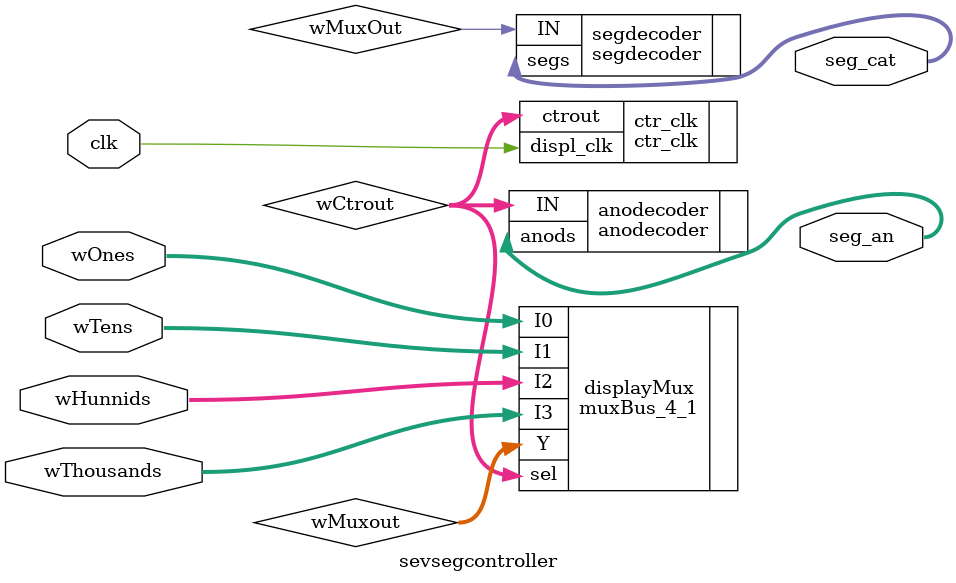
<source format=v>
`timescale 1ns / 1ps
module sevsegcontroller(
    input clk,
    input [3:0] wOnes, wTens, wHunnids, wThousands,
    output [3:0] seg_an,
    output [6:0] seg_cat
);

wire [1:0] wCtrout;
wire [3:0] wMuxout;

ctr_clk ctr_clk(.displ_clk(clk), .ctrout(wCtrout));
anodecoder anodecoder(.IN(wCtrout), .anods(seg_an));
muxBus_4_1 displayMux(.I0(wOnes), .I1(wTens), .I2(wHunnids), .I3(wThousands),
    .sel(wCtrout), .Y(wMuxout));
segdecoder segdecoder(.IN(wMuxOut), .segs(seg_cat));

endmodule

</source>
